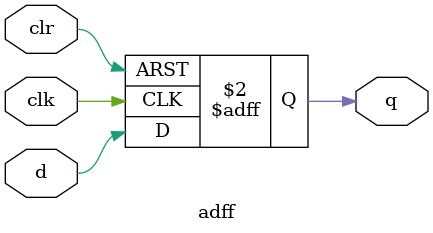
<source format=v>
module dff
    ( input d, clk, output reg q );
	always @( posedge clk )
            q <= d;
endmodule

module dffe
    ( input d, clk, en, output reg q );
	always @( posedge clk)
		if ( en )
			q <= d;
endmodule

module adff
    ( input d, clk, clr, output reg q );
	always @( posedge clk, posedge clr )
		if ( clr )
			q <= 1'b0;
		else
            q <= d;
endmodule

</source>
